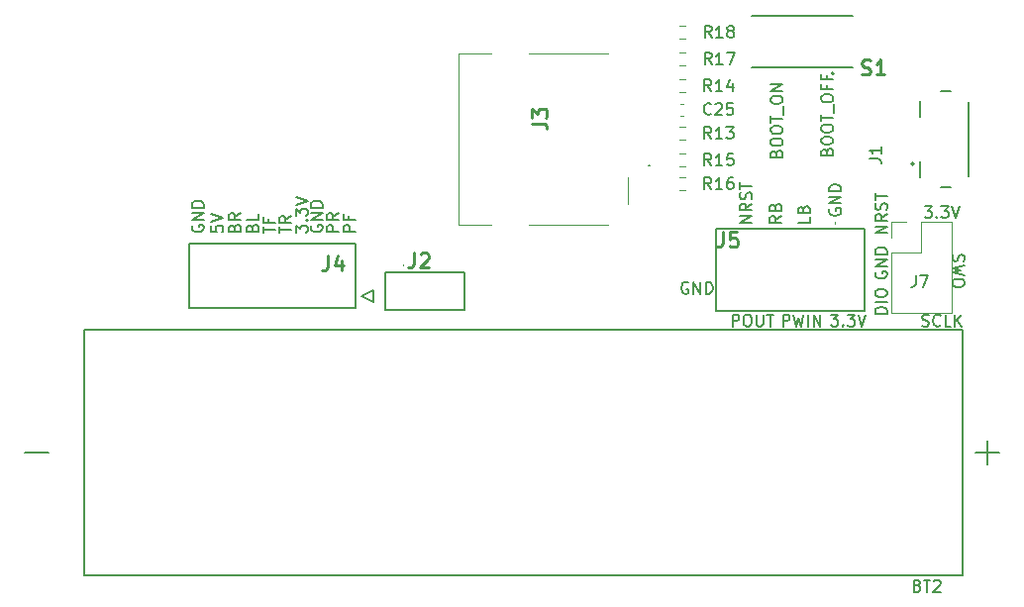
<source format=gbr>
%TF.GenerationSoftware,KiCad,Pcbnew,7.0.8*%
%TF.CreationDate,2023-11-09T11:59:46+01:00*%
%TF.ProjectId,Suspension_telemetry,53757370-656e-4736-996f-6e5f74656c65,rev?*%
%TF.SameCoordinates,Original*%
%TF.FileFunction,Legend,Top*%
%TF.FilePolarity,Positive*%
%FSLAX46Y46*%
G04 Gerber Fmt 4.6, Leading zero omitted, Abs format (unit mm)*
G04 Created by KiCad (PCBNEW 7.0.8) date 2023-11-09 11:59:46*
%MOMM*%
%LPD*%
G01*
G04 APERTURE LIST*
%ADD10C,0.210000*%
%ADD11C,0.150000*%
%ADD12C,0.254000*%
%ADD13C,0.120000*%
%ADD14C,0.200000*%
%ADD15C,0.100000*%
%ADD16C,0.127000*%
G04 APERTURE END LIST*
D10*
X141806633Y-99006080D02*
X141949490Y-99053699D01*
X141949490Y-99053699D02*
X142187585Y-99053699D01*
X142187585Y-99053699D02*
X142282823Y-99006080D01*
X142282823Y-99006080D02*
X142330442Y-98958460D01*
X142330442Y-98958460D02*
X142378061Y-98863222D01*
X142378061Y-98863222D02*
X142378061Y-98767984D01*
X142378061Y-98767984D02*
X142330442Y-98672746D01*
X142330442Y-98672746D02*
X142282823Y-98625127D01*
X142282823Y-98625127D02*
X142187585Y-98577508D01*
X142187585Y-98577508D02*
X141997109Y-98529889D01*
X141997109Y-98529889D02*
X141901871Y-98482270D01*
X141901871Y-98482270D02*
X141854252Y-98434651D01*
X141854252Y-98434651D02*
X141806633Y-98339413D01*
X141806633Y-98339413D02*
X141806633Y-98244175D01*
X141806633Y-98244175D02*
X141854252Y-98148937D01*
X141854252Y-98148937D02*
X141901871Y-98101318D01*
X141901871Y-98101318D02*
X141997109Y-98053699D01*
X141997109Y-98053699D02*
X142235204Y-98053699D01*
X142235204Y-98053699D02*
X142378061Y-98101318D01*
X143378061Y-98958460D02*
X143330442Y-99006080D01*
X143330442Y-99006080D02*
X143187585Y-99053699D01*
X143187585Y-99053699D02*
X143092347Y-99053699D01*
X143092347Y-99053699D02*
X142949490Y-99006080D01*
X142949490Y-99006080D02*
X142854252Y-98910841D01*
X142854252Y-98910841D02*
X142806633Y-98815603D01*
X142806633Y-98815603D02*
X142759014Y-98625127D01*
X142759014Y-98625127D02*
X142759014Y-98482270D01*
X142759014Y-98482270D02*
X142806633Y-98291794D01*
X142806633Y-98291794D02*
X142854252Y-98196556D01*
X142854252Y-98196556D02*
X142949490Y-98101318D01*
X142949490Y-98101318D02*
X143092347Y-98053699D01*
X143092347Y-98053699D02*
X143187585Y-98053699D01*
X143187585Y-98053699D02*
X143330442Y-98101318D01*
X143330442Y-98101318D02*
X143378061Y-98148937D01*
X144282823Y-99053699D02*
X143806633Y-99053699D01*
X143806633Y-99053699D02*
X143806633Y-98053699D01*
X144616157Y-99053699D02*
X144616157Y-98053699D01*
X145187585Y-99053699D02*
X144759014Y-98482270D01*
X145187585Y-98053699D02*
X144616157Y-98625127D01*
X86877699Y-91079604D02*
X86877699Y-90508176D01*
X87877699Y-90793890D02*
X86877699Y-90793890D01*
X87877699Y-89603414D02*
X87401508Y-89936747D01*
X87877699Y-90174842D02*
X86877699Y-90174842D01*
X86877699Y-90174842D02*
X86877699Y-89793890D01*
X86877699Y-89793890D02*
X86925318Y-89698652D01*
X86925318Y-89698652D02*
X86972937Y-89651033D01*
X86972937Y-89651033D02*
X87068175Y-89603414D01*
X87068175Y-89603414D02*
X87211032Y-89603414D01*
X87211032Y-89603414D02*
X87306270Y-89651033D01*
X87306270Y-89651033D02*
X87353889Y-89698652D01*
X87353889Y-89698652D02*
X87401508Y-89793890D01*
X87401508Y-89793890D02*
X87401508Y-90174842D01*
X125598252Y-99053699D02*
X125598252Y-98053699D01*
X125598252Y-98053699D02*
X125979204Y-98053699D01*
X125979204Y-98053699D02*
X126074442Y-98101318D01*
X126074442Y-98101318D02*
X126122061Y-98148937D01*
X126122061Y-98148937D02*
X126169680Y-98244175D01*
X126169680Y-98244175D02*
X126169680Y-98387032D01*
X126169680Y-98387032D02*
X126122061Y-98482270D01*
X126122061Y-98482270D02*
X126074442Y-98529889D01*
X126074442Y-98529889D02*
X125979204Y-98577508D01*
X125979204Y-98577508D02*
X125598252Y-98577508D01*
X126788728Y-98053699D02*
X126979204Y-98053699D01*
X126979204Y-98053699D02*
X127074442Y-98101318D01*
X127074442Y-98101318D02*
X127169680Y-98196556D01*
X127169680Y-98196556D02*
X127217299Y-98387032D01*
X127217299Y-98387032D02*
X127217299Y-98720365D01*
X127217299Y-98720365D02*
X127169680Y-98910841D01*
X127169680Y-98910841D02*
X127074442Y-99006080D01*
X127074442Y-99006080D02*
X126979204Y-99053699D01*
X126979204Y-99053699D02*
X126788728Y-99053699D01*
X126788728Y-99053699D02*
X126693490Y-99006080D01*
X126693490Y-99006080D02*
X126598252Y-98910841D01*
X126598252Y-98910841D02*
X126550633Y-98720365D01*
X126550633Y-98720365D02*
X126550633Y-98387032D01*
X126550633Y-98387032D02*
X126598252Y-98196556D01*
X126598252Y-98196556D02*
X126693490Y-98101318D01*
X126693490Y-98101318D02*
X126788728Y-98053699D01*
X127645871Y-98053699D02*
X127645871Y-98863222D01*
X127645871Y-98863222D02*
X127693490Y-98958460D01*
X127693490Y-98958460D02*
X127741109Y-99006080D01*
X127741109Y-99006080D02*
X127836347Y-99053699D01*
X127836347Y-99053699D02*
X128026823Y-99053699D01*
X128026823Y-99053699D02*
X128122061Y-99006080D01*
X128122061Y-99006080D02*
X128169680Y-98958460D01*
X128169680Y-98958460D02*
X128217299Y-98863222D01*
X128217299Y-98863222D02*
X128217299Y-98053699D01*
X128550633Y-98053699D02*
X129122061Y-98053699D01*
X128836347Y-99053699D02*
X128836347Y-98053699D01*
X89592318Y-90412938D02*
X89544699Y-90508176D01*
X89544699Y-90508176D02*
X89544699Y-90651033D01*
X89544699Y-90651033D02*
X89592318Y-90793890D01*
X89592318Y-90793890D02*
X89687556Y-90889128D01*
X89687556Y-90889128D02*
X89782794Y-90936747D01*
X89782794Y-90936747D02*
X89973270Y-90984366D01*
X89973270Y-90984366D02*
X90116127Y-90984366D01*
X90116127Y-90984366D02*
X90306603Y-90936747D01*
X90306603Y-90936747D02*
X90401841Y-90889128D01*
X90401841Y-90889128D02*
X90497080Y-90793890D01*
X90497080Y-90793890D02*
X90544699Y-90651033D01*
X90544699Y-90651033D02*
X90544699Y-90555795D01*
X90544699Y-90555795D02*
X90497080Y-90412938D01*
X90497080Y-90412938D02*
X90449460Y-90365319D01*
X90449460Y-90365319D02*
X90116127Y-90365319D01*
X90116127Y-90365319D02*
X90116127Y-90555795D01*
X90544699Y-89936747D02*
X89544699Y-89936747D01*
X89544699Y-89936747D02*
X90544699Y-89365319D01*
X90544699Y-89365319D02*
X89544699Y-89365319D01*
X90544699Y-88889128D02*
X89544699Y-88889128D01*
X89544699Y-88889128D02*
X89544699Y-88651033D01*
X89544699Y-88651033D02*
X89592318Y-88508176D01*
X89592318Y-88508176D02*
X89687556Y-88412938D01*
X89687556Y-88412938D02*
X89782794Y-88365319D01*
X89782794Y-88365319D02*
X89973270Y-88317700D01*
X89973270Y-88317700D02*
X90116127Y-88317700D01*
X90116127Y-88317700D02*
X90306603Y-88365319D01*
X90306603Y-88365319D02*
X90401841Y-88412938D01*
X90401841Y-88412938D02*
X90497080Y-88508176D01*
X90497080Y-88508176D02*
X90544699Y-88651033D01*
X90544699Y-88651033D02*
X90544699Y-88889128D01*
X81035699Y-90460557D02*
X81035699Y-90936747D01*
X81035699Y-90936747D02*
X81511889Y-90984366D01*
X81511889Y-90984366D02*
X81464270Y-90936747D01*
X81464270Y-90936747D02*
X81416651Y-90841509D01*
X81416651Y-90841509D02*
X81416651Y-90603414D01*
X81416651Y-90603414D02*
X81464270Y-90508176D01*
X81464270Y-90508176D02*
X81511889Y-90460557D01*
X81511889Y-90460557D02*
X81607127Y-90412938D01*
X81607127Y-90412938D02*
X81845222Y-90412938D01*
X81845222Y-90412938D02*
X81940460Y-90460557D01*
X81940460Y-90460557D02*
X81988080Y-90508176D01*
X81988080Y-90508176D02*
X82035699Y-90603414D01*
X82035699Y-90603414D02*
X82035699Y-90841509D01*
X82035699Y-90841509D02*
X81988080Y-90936747D01*
X81988080Y-90936747D02*
X81940460Y-90984366D01*
X81035699Y-90127223D02*
X82035699Y-89793890D01*
X82035699Y-89793890D02*
X81035699Y-89460557D01*
X85480699Y-91079604D02*
X85480699Y-90508176D01*
X86480699Y-90793890D02*
X85480699Y-90793890D01*
X85956889Y-89841509D02*
X85956889Y-90174842D01*
X86480699Y-90174842D02*
X85480699Y-90174842D01*
X85480699Y-90174842D02*
X85480699Y-89698652D01*
X142019420Y-88782699D02*
X142638467Y-88782699D01*
X142638467Y-88782699D02*
X142305134Y-89163651D01*
X142305134Y-89163651D02*
X142447991Y-89163651D01*
X142447991Y-89163651D02*
X142543229Y-89211270D01*
X142543229Y-89211270D02*
X142590848Y-89258889D01*
X142590848Y-89258889D02*
X142638467Y-89354127D01*
X142638467Y-89354127D02*
X142638467Y-89592222D01*
X142638467Y-89592222D02*
X142590848Y-89687460D01*
X142590848Y-89687460D02*
X142543229Y-89735080D01*
X142543229Y-89735080D02*
X142447991Y-89782699D01*
X142447991Y-89782699D02*
X142162277Y-89782699D01*
X142162277Y-89782699D02*
X142067039Y-89735080D01*
X142067039Y-89735080D02*
X142019420Y-89687460D01*
X143067039Y-89687460D02*
X143114658Y-89735080D01*
X143114658Y-89735080D02*
X143067039Y-89782699D01*
X143067039Y-89782699D02*
X143019420Y-89735080D01*
X143019420Y-89735080D02*
X143067039Y-89687460D01*
X143067039Y-89687460D02*
X143067039Y-89782699D01*
X143447991Y-88782699D02*
X144067038Y-88782699D01*
X144067038Y-88782699D02*
X143733705Y-89163651D01*
X143733705Y-89163651D02*
X143876562Y-89163651D01*
X143876562Y-89163651D02*
X143971800Y-89211270D01*
X143971800Y-89211270D02*
X144019419Y-89258889D01*
X144019419Y-89258889D02*
X144067038Y-89354127D01*
X144067038Y-89354127D02*
X144067038Y-89592222D01*
X144067038Y-89592222D02*
X144019419Y-89687460D01*
X144019419Y-89687460D02*
X143971800Y-89735080D01*
X143971800Y-89735080D02*
X143876562Y-89782699D01*
X143876562Y-89782699D02*
X143590848Y-89782699D01*
X143590848Y-89782699D02*
X143495610Y-89735080D01*
X143495610Y-89735080D02*
X143447991Y-89687460D01*
X144352753Y-88782699D02*
X144686086Y-89782699D01*
X144686086Y-89782699D02*
X145019419Y-88782699D01*
X88274699Y-91031985D02*
X88274699Y-90412938D01*
X88274699Y-90412938D02*
X88655651Y-90746271D01*
X88655651Y-90746271D02*
X88655651Y-90603414D01*
X88655651Y-90603414D02*
X88703270Y-90508176D01*
X88703270Y-90508176D02*
X88750889Y-90460557D01*
X88750889Y-90460557D02*
X88846127Y-90412938D01*
X88846127Y-90412938D02*
X89084222Y-90412938D01*
X89084222Y-90412938D02*
X89179460Y-90460557D01*
X89179460Y-90460557D02*
X89227080Y-90508176D01*
X89227080Y-90508176D02*
X89274699Y-90603414D01*
X89274699Y-90603414D02*
X89274699Y-90889128D01*
X89274699Y-90889128D02*
X89227080Y-90984366D01*
X89227080Y-90984366D02*
X89179460Y-91031985D01*
X89179460Y-89984366D02*
X89227080Y-89936747D01*
X89227080Y-89936747D02*
X89274699Y-89984366D01*
X89274699Y-89984366D02*
X89227080Y-90031985D01*
X89227080Y-90031985D02*
X89179460Y-89984366D01*
X89179460Y-89984366D02*
X89274699Y-89984366D01*
X88274699Y-89603414D02*
X88274699Y-88984367D01*
X88274699Y-88984367D02*
X88655651Y-89317700D01*
X88655651Y-89317700D02*
X88655651Y-89174843D01*
X88655651Y-89174843D02*
X88703270Y-89079605D01*
X88703270Y-89079605D02*
X88750889Y-89031986D01*
X88750889Y-89031986D02*
X88846127Y-88984367D01*
X88846127Y-88984367D02*
X89084222Y-88984367D01*
X89084222Y-88984367D02*
X89179460Y-89031986D01*
X89179460Y-89031986D02*
X89227080Y-89079605D01*
X89227080Y-89079605D02*
X89274699Y-89174843D01*
X89274699Y-89174843D02*
X89274699Y-89460557D01*
X89274699Y-89460557D02*
X89227080Y-89555795D01*
X89227080Y-89555795D02*
X89179460Y-89603414D01*
X88274699Y-88698652D02*
X89274699Y-88365319D01*
X89274699Y-88365319D02*
X88274699Y-88031986D01*
X121804061Y-95307318D02*
X121708823Y-95259699D01*
X121708823Y-95259699D02*
X121565966Y-95259699D01*
X121565966Y-95259699D02*
X121423109Y-95307318D01*
X121423109Y-95307318D02*
X121327871Y-95402556D01*
X121327871Y-95402556D02*
X121280252Y-95497794D01*
X121280252Y-95497794D02*
X121232633Y-95688270D01*
X121232633Y-95688270D02*
X121232633Y-95831127D01*
X121232633Y-95831127D02*
X121280252Y-96021603D01*
X121280252Y-96021603D02*
X121327871Y-96116841D01*
X121327871Y-96116841D02*
X121423109Y-96212080D01*
X121423109Y-96212080D02*
X121565966Y-96259699D01*
X121565966Y-96259699D02*
X121661204Y-96259699D01*
X121661204Y-96259699D02*
X121804061Y-96212080D01*
X121804061Y-96212080D02*
X121851680Y-96164460D01*
X121851680Y-96164460D02*
X121851680Y-95831127D01*
X121851680Y-95831127D02*
X121661204Y-95831127D01*
X122280252Y-96259699D02*
X122280252Y-95259699D01*
X122280252Y-95259699D02*
X122851680Y-96259699D01*
X122851680Y-96259699D02*
X122851680Y-95259699D01*
X123327871Y-96259699D02*
X123327871Y-95259699D01*
X123327871Y-95259699D02*
X123565966Y-95259699D01*
X123565966Y-95259699D02*
X123708823Y-95307318D01*
X123708823Y-95307318D02*
X123804061Y-95402556D01*
X123804061Y-95402556D02*
X123851680Y-95497794D01*
X123851680Y-95497794D02*
X123899299Y-95688270D01*
X123899299Y-95688270D02*
X123899299Y-95831127D01*
X123899299Y-95831127D02*
X123851680Y-96021603D01*
X123851680Y-96021603D02*
X123804061Y-96116841D01*
X123804061Y-96116841D02*
X123708823Y-96212080D01*
X123708823Y-96212080D02*
X123565966Y-96259699D01*
X123565966Y-96259699D02*
X123327871Y-96259699D01*
X79432318Y-90412938D02*
X79384699Y-90508176D01*
X79384699Y-90508176D02*
X79384699Y-90651033D01*
X79384699Y-90651033D02*
X79432318Y-90793890D01*
X79432318Y-90793890D02*
X79527556Y-90889128D01*
X79527556Y-90889128D02*
X79622794Y-90936747D01*
X79622794Y-90936747D02*
X79813270Y-90984366D01*
X79813270Y-90984366D02*
X79956127Y-90984366D01*
X79956127Y-90984366D02*
X80146603Y-90936747D01*
X80146603Y-90936747D02*
X80241841Y-90889128D01*
X80241841Y-90889128D02*
X80337080Y-90793890D01*
X80337080Y-90793890D02*
X80384699Y-90651033D01*
X80384699Y-90651033D02*
X80384699Y-90555795D01*
X80384699Y-90555795D02*
X80337080Y-90412938D01*
X80337080Y-90412938D02*
X80289460Y-90365319D01*
X80289460Y-90365319D02*
X79956127Y-90365319D01*
X79956127Y-90365319D02*
X79956127Y-90555795D01*
X80384699Y-89936747D02*
X79384699Y-89936747D01*
X79384699Y-89936747D02*
X80384699Y-89365319D01*
X80384699Y-89365319D02*
X79384699Y-89365319D01*
X80384699Y-88889128D02*
X79384699Y-88889128D01*
X79384699Y-88889128D02*
X79384699Y-88651033D01*
X79384699Y-88651033D02*
X79432318Y-88508176D01*
X79432318Y-88508176D02*
X79527556Y-88412938D01*
X79527556Y-88412938D02*
X79622794Y-88365319D01*
X79622794Y-88365319D02*
X79813270Y-88317700D01*
X79813270Y-88317700D02*
X79956127Y-88317700D01*
X79956127Y-88317700D02*
X80146603Y-88365319D01*
X80146603Y-88365319D02*
X80241841Y-88412938D01*
X80241841Y-88412938D02*
X80337080Y-88508176D01*
X80337080Y-88508176D02*
X80384699Y-88651033D01*
X80384699Y-88651033D02*
X80384699Y-88889128D01*
X129916252Y-99053699D02*
X129916252Y-98053699D01*
X129916252Y-98053699D02*
X130297204Y-98053699D01*
X130297204Y-98053699D02*
X130392442Y-98101318D01*
X130392442Y-98101318D02*
X130440061Y-98148937D01*
X130440061Y-98148937D02*
X130487680Y-98244175D01*
X130487680Y-98244175D02*
X130487680Y-98387032D01*
X130487680Y-98387032D02*
X130440061Y-98482270D01*
X130440061Y-98482270D02*
X130392442Y-98529889D01*
X130392442Y-98529889D02*
X130297204Y-98577508D01*
X130297204Y-98577508D02*
X129916252Y-98577508D01*
X130821014Y-98053699D02*
X131059109Y-99053699D01*
X131059109Y-99053699D02*
X131249585Y-98339413D01*
X131249585Y-98339413D02*
X131440061Y-99053699D01*
X131440061Y-99053699D02*
X131678157Y-98053699D01*
X132059109Y-99053699D02*
X132059109Y-98053699D01*
X132535299Y-99053699D02*
X132535299Y-98053699D01*
X132535299Y-98053699D02*
X133106727Y-99053699D01*
X133106727Y-99053699D02*
X133106727Y-98053699D01*
X137852318Y-94394938D02*
X137804699Y-94490176D01*
X137804699Y-94490176D02*
X137804699Y-94633033D01*
X137804699Y-94633033D02*
X137852318Y-94775890D01*
X137852318Y-94775890D02*
X137947556Y-94871128D01*
X137947556Y-94871128D02*
X138042794Y-94918747D01*
X138042794Y-94918747D02*
X138233270Y-94966366D01*
X138233270Y-94966366D02*
X138376127Y-94966366D01*
X138376127Y-94966366D02*
X138566603Y-94918747D01*
X138566603Y-94918747D02*
X138661841Y-94871128D01*
X138661841Y-94871128D02*
X138757080Y-94775890D01*
X138757080Y-94775890D02*
X138804699Y-94633033D01*
X138804699Y-94633033D02*
X138804699Y-94537795D01*
X138804699Y-94537795D02*
X138757080Y-94394938D01*
X138757080Y-94394938D02*
X138709460Y-94347319D01*
X138709460Y-94347319D02*
X138376127Y-94347319D01*
X138376127Y-94347319D02*
X138376127Y-94537795D01*
X138804699Y-93918747D02*
X137804699Y-93918747D01*
X137804699Y-93918747D02*
X138804699Y-93347319D01*
X138804699Y-93347319D02*
X137804699Y-93347319D01*
X138804699Y-92871128D02*
X137804699Y-92871128D01*
X137804699Y-92871128D02*
X137804699Y-92633033D01*
X137804699Y-92633033D02*
X137852318Y-92490176D01*
X137852318Y-92490176D02*
X137947556Y-92394938D01*
X137947556Y-92394938D02*
X138042794Y-92347319D01*
X138042794Y-92347319D02*
X138233270Y-92299700D01*
X138233270Y-92299700D02*
X138376127Y-92299700D01*
X138376127Y-92299700D02*
X138566603Y-92347319D01*
X138566603Y-92347319D02*
X138661841Y-92394938D01*
X138661841Y-92394938D02*
X138757080Y-92490176D01*
X138757080Y-92490176D02*
X138804699Y-92633033D01*
X138804699Y-92633033D02*
X138804699Y-92871128D01*
X127247699Y-90174747D02*
X126247699Y-90174747D01*
X126247699Y-90174747D02*
X127247699Y-89603319D01*
X127247699Y-89603319D02*
X126247699Y-89603319D01*
X127247699Y-88555700D02*
X126771508Y-88889033D01*
X127247699Y-89127128D02*
X126247699Y-89127128D01*
X126247699Y-89127128D02*
X126247699Y-88746176D01*
X126247699Y-88746176D02*
X126295318Y-88650938D01*
X126295318Y-88650938D02*
X126342937Y-88603319D01*
X126342937Y-88603319D02*
X126438175Y-88555700D01*
X126438175Y-88555700D02*
X126581032Y-88555700D01*
X126581032Y-88555700D02*
X126676270Y-88603319D01*
X126676270Y-88603319D02*
X126723889Y-88650938D01*
X126723889Y-88650938D02*
X126771508Y-88746176D01*
X126771508Y-88746176D02*
X126771508Y-89127128D01*
X127200080Y-88174747D02*
X127247699Y-88031890D01*
X127247699Y-88031890D02*
X127247699Y-87793795D01*
X127247699Y-87793795D02*
X127200080Y-87698557D01*
X127200080Y-87698557D02*
X127152460Y-87650938D01*
X127152460Y-87650938D02*
X127057222Y-87603319D01*
X127057222Y-87603319D02*
X126961984Y-87603319D01*
X126961984Y-87603319D02*
X126866746Y-87650938D01*
X126866746Y-87650938D02*
X126819127Y-87698557D01*
X126819127Y-87698557D02*
X126771508Y-87793795D01*
X126771508Y-87793795D02*
X126723889Y-87984271D01*
X126723889Y-87984271D02*
X126676270Y-88079509D01*
X126676270Y-88079509D02*
X126628651Y-88127128D01*
X126628651Y-88127128D02*
X126533413Y-88174747D01*
X126533413Y-88174747D02*
X126438175Y-88174747D01*
X126438175Y-88174747D02*
X126342937Y-88127128D01*
X126342937Y-88127128D02*
X126295318Y-88079509D01*
X126295318Y-88079509D02*
X126247699Y-87984271D01*
X126247699Y-87984271D02*
X126247699Y-87746176D01*
X126247699Y-87746176D02*
X126295318Y-87603319D01*
X126247699Y-87317604D02*
X126247699Y-86746176D01*
X127247699Y-87031890D02*
X126247699Y-87031890D01*
X133672889Y-84126414D02*
X133720508Y-83983557D01*
X133720508Y-83983557D02*
X133768127Y-83935938D01*
X133768127Y-83935938D02*
X133863365Y-83888319D01*
X133863365Y-83888319D02*
X134006222Y-83888319D01*
X134006222Y-83888319D02*
X134101460Y-83935938D01*
X134101460Y-83935938D02*
X134149080Y-83983557D01*
X134149080Y-83983557D02*
X134196699Y-84078795D01*
X134196699Y-84078795D02*
X134196699Y-84459747D01*
X134196699Y-84459747D02*
X133196699Y-84459747D01*
X133196699Y-84459747D02*
X133196699Y-84126414D01*
X133196699Y-84126414D02*
X133244318Y-84031176D01*
X133244318Y-84031176D02*
X133291937Y-83983557D01*
X133291937Y-83983557D02*
X133387175Y-83935938D01*
X133387175Y-83935938D02*
X133482413Y-83935938D01*
X133482413Y-83935938D02*
X133577651Y-83983557D01*
X133577651Y-83983557D02*
X133625270Y-84031176D01*
X133625270Y-84031176D02*
X133672889Y-84126414D01*
X133672889Y-84126414D02*
X133672889Y-84459747D01*
X133196699Y-83269271D02*
X133196699Y-83078795D01*
X133196699Y-83078795D02*
X133244318Y-82983557D01*
X133244318Y-82983557D02*
X133339556Y-82888319D01*
X133339556Y-82888319D02*
X133530032Y-82840700D01*
X133530032Y-82840700D02*
X133863365Y-82840700D01*
X133863365Y-82840700D02*
X134053841Y-82888319D01*
X134053841Y-82888319D02*
X134149080Y-82983557D01*
X134149080Y-82983557D02*
X134196699Y-83078795D01*
X134196699Y-83078795D02*
X134196699Y-83269271D01*
X134196699Y-83269271D02*
X134149080Y-83364509D01*
X134149080Y-83364509D02*
X134053841Y-83459747D01*
X134053841Y-83459747D02*
X133863365Y-83507366D01*
X133863365Y-83507366D02*
X133530032Y-83507366D01*
X133530032Y-83507366D02*
X133339556Y-83459747D01*
X133339556Y-83459747D02*
X133244318Y-83364509D01*
X133244318Y-83364509D02*
X133196699Y-83269271D01*
X133196699Y-82221652D02*
X133196699Y-82031176D01*
X133196699Y-82031176D02*
X133244318Y-81935938D01*
X133244318Y-81935938D02*
X133339556Y-81840700D01*
X133339556Y-81840700D02*
X133530032Y-81793081D01*
X133530032Y-81793081D02*
X133863365Y-81793081D01*
X133863365Y-81793081D02*
X134053841Y-81840700D01*
X134053841Y-81840700D02*
X134149080Y-81935938D01*
X134149080Y-81935938D02*
X134196699Y-82031176D01*
X134196699Y-82031176D02*
X134196699Y-82221652D01*
X134196699Y-82221652D02*
X134149080Y-82316890D01*
X134149080Y-82316890D02*
X134053841Y-82412128D01*
X134053841Y-82412128D02*
X133863365Y-82459747D01*
X133863365Y-82459747D02*
X133530032Y-82459747D01*
X133530032Y-82459747D02*
X133339556Y-82412128D01*
X133339556Y-82412128D02*
X133244318Y-82316890D01*
X133244318Y-82316890D02*
X133196699Y-82221652D01*
X133196699Y-81507366D02*
X133196699Y-80935938D01*
X134196699Y-81221652D02*
X133196699Y-81221652D01*
X134291937Y-80840700D02*
X134291937Y-80078795D01*
X133196699Y-79650223D02*
X133196699Y-79459747D01*
X133196699Y-79459747D02*
X133244318Y-79364509D01*
X133244318Y-79364509D02*
X133339556Y-79269271D01*
X133339556Y-79269271D02*
X133530032Y-79221652D01*
X133530032Y-79221652D02*
X133863365Y-79221652D01*
X133863365Y-79221652D02*
X134053841Y-79269271D01*
X134053841Y-79269271D02*
X134149080Y-79364509D01*
X134149080Y-79364509D02*
X134196699Y-79459747D01*
X134196699Y-79459747D02*
X134196699Y-79650223D01*
X134196699Y-79650223D02*
X134149080Y-79745461D01*
X134149080Y-79745461D02*
X134053841Y-79840699D01*
X134053841Y-79840699D02*
X133863365Y-79888318D01*
X133863365Y-79888318D02*
X133530032Y-79888318D01*
X133530032Y-79888318D02*
X133339556Y-79840699D01*
X133339556Y-79840699D02*
X133244318Y-79745461D01*
X133244318Y-79745461D02*
X133196699Y-79650223D01*
X133672889Y-78459747D02*
X133672889Y-78793080D01*
X134196699Y-78793080D02*
X133196699Y-78793080D01*
X133196699Y-78793080D02*
X133196699Y-78316890D01*
X133672889Y-77602604D02*
X133672889Y-77935937D01*
X134196699Y-77935937D02*
X133196699Y-77935937D01*
X133196699Y-77935937D02*
X133196699Y-77459747D01*
X138804699Y-91078747D02*
X137804699Y-91078747D01*
X137804699Y-91078747D02*
X138804699Y-90507319D01*
X138804699Y-90507319D02*
X137804699Y-90507319D01*
X138804699Y-89459700D02*
X138328508Y-89793033D01*
X138804699Y-90031128D02*
X137804699Y-90031128D01*
X137804699Y-90031128D02*
X137804699Y-89650176D01*
X137804699Y-89650176D02*
X137852318Y-89554938D01*
X137852318Y-89554938D02*
X137899937Y-89507319D01*
X137899937Y-89507319D02*
X137995175Y-89459700D01*
X137995175Y-89459700D02*
X138138032Y-89459700D01*
X138138032Y-89459700D02*
X138233270Y-89507319D01*
X138233270Y-89507319D02*
X138280889Y-89554938D01*
X138280889Y-89554938D02*
X138328508Y-89650176D01*
X138328508Y-89650176D02*
X138328508Y-90031128D01*
X138757080Y-89078747D02*
X138804699Y-88935890D01*
X138804699Y-88935890D02*
X138804699Y-88697795D01*
X138804699Y-88697795D02*
X138757080Y-88602557D01*
X138757080Y-88602557D02*
X138709460Y-88554938D01*
X138709460Y-88554938D02*
X138614222Y-88507319D01*
X138614222Y-88507319D02*
X138518984Y-88507319D01*
X138518984Y-88507319D02*
X138423746Y-88554938D01*
X138423746Y-88554938D02*
X138376127Y-88602557D01*
X138376127Y-88602557D02*
X138328508Y-88697795D01*
X138328508Y-88697795D02*
X138280889Y-88888271D01*
X138280889Y-88888271D02*
X138233270Y-88983509D01*
X138233270Y-88983509D02*
X138185651Y-89031128D01*
X138185651Y-89031128D02*
X138090413Y-89078747D01*
X138090413Y-89078747D02*
X137995175Y-89078747D01*
X137995175Y-89078747D02*
X137899937Y-89031128D01*
X137899937Y-89031128D02*
X137852318Y-88983509D01*
X137852318Y-88983509D02*
X137804699Y-88888271D01*
X137804699Y-88888271D02*
X137804699Y-88650176D01*
X137804699Y-88650176D02*
X137852318Y-88507319D01*
X137804699Y-88221604D02*
X137804699Y-87650176D01*
X138804699Y-87935890D02*
X137804699Y-87935890D01*
X84559889Y-90603414D02*
X84607508Y-90460557D01*
X84607508Y-90460557D02*
X84655127Y-90412938D01*
X84655127Y-90412938D02*
X84750365Y-90365319D01*
X84750365Y-90365319D02*
X84893222Y-90365319D01*
X84893222Y-90365319D02*
X84988460Y-90412938D01*
X84988460Y-90412938D02*
X85036080Y-90460557D01*
X85036080Y-90460557D02*
X85083699Y-90555795D01*
X85083699Y-90555795D02*
X85083699Y-90936747D01*
X85083699Y-90936747D02*
X84083699Y-90936747D01*
X84083699Y-90936747D02*
X84083699Y-90603414D01*
X84083699Y-90603414D02*
X84131318Y-90508176D01*
X84131318Y-90508176D02*
X84178937Y-90460557D01*
X84178937Y-90460557D02*
X84274175Y-90412938D01*
X84274175Y-90412938D02*
X84369413Y-90412938D01*
X84369413Y-90412938D02*
X84464651Y-90460557D01*
X84464651Y-90460557D02*
X84512270Y-90508176D01*
X84512270Y-90508176D02*
X84559889Y-90603414D01*
X84559889Y-90603414D02*
X84559889Y-90936747D01*
X85083699Y-89460557D02*
X85083699Y-89936747D01*
X85083699Y-89936747D02*
X84083699Y-89936747D01*
X144452920Y-92911633D02*
X144405300Y-93054490D01*
X144405300Y-93054490D02*
X144405300Y-93292585D01*
X144405300Y-93292585D02*
X144452920Y-93387823D01*
X144452920Y-93387823D02*
X144500539Y-93435442D01*
X144500539Y-93435442D02*
X144595777Y-93483061D01*
X144595777Y-93483061D02*
X144691015Y-93483061D01*
X144691015Y-93483061D02*
X144786253Y-93435442D01*
X144786253Y-93435442D02*
X144833872Y-93387823D01*
X144833872Y-93387823D02*
X144881491Y-93292585D01*
X144881491Y-93292585D02*
X144929110Y-93102109D01*
X144929110Y-93102109D02*
X144976729Y-93006871D01*
X144976729Y-93006871D02*
X145024348Y-92959252D01*
X145024348Y-92959252D02*
X145119586Y-92911633D01*
X145119586Y-92911633D02*
X145214824Y-92911633D01*
X145214824Y-92911633D02*
X145310062Y-92959252D01*
X145310062Y-92959252D02*
X145357681Y-93006871D01*
X145357681Y-93006871D02*
X145405300Y-93102109D01*
X145405300Y-93102109D02*
X145405300Y-93340204D01*
X145405300Y-93340204D02*
X145357681Y-93483061D01*
X145405300Y-93816395D02*
X144405300Y-94054490D01*
X144405300Y-94054490D02*
X145119586Y-94244966D01*
X145119586Y-94244966D02*
X144405300Y-94435442D01*
X144405300Y-94435442D02*
X145405300Y-94673538D01*
X145405300Y-95244966D02*
X145405300Y-95435442D01*
X145405300Y-95435442D02*
X145357681Y-95530680D01*
X145357681Y-95530680D02*
X145262443Y-95625918D01*
X145262443Y-95625918D02*
X145071967Y-95673537D01*
X145071967Y-95673537D02*
X144738634Y-95673537D01*
X144738634Y-95673537D02*
X144548158Y-95625918D01*
X144548158Y-95625918D02*
X144452920Y-95530680D01*
X144452920Y-95530680D02*
X144405300Y-95435442D01*
X144405300Y-95435442D02*
X144405300Y-95244966D01*
X144405300Y-95244966D02*
X144452920Y-95149728D01*
X144452920Y-95149728D02*
X144548158Y-95054490D01*
X144548158Y-95054490D02*
X144738634Y-95006871D01*
X144738634Y-95006871D02*
X145071967Y-95006871D01*
X145071967Y-95006871D02*
X145262443Y-95054490D01*
X145262443Y-95054490D02*
X145357681Y-95149728D01*
X145357681Y-95149728D02*
X145405300Y-95244966D01*
X138804699Y-97966747D02*
X137804699Y-97966747D01*
X137804699Y-97966747D02*
X137804699Y-97728652D01*
X137804699Y-97728652D02*
X137852318Y-97585795D01*
X137852318Y-97585795D02*
X137947556Y-97490557D01*
X137947556Y-97490557D02*
X138042794Y-97442938D01*
X138042794Y-97442938D02*
X138233270Y-97395319D01*
X138233270Y-97395319D02*
X138376127Y-97395319D01*
X138376127Y-97395319D02*
X138566603Y-97442938D01*
X138566603Y-97442938D02*
X138661841Y-97490557D01*
X138661841Y-97490557D02*
X138757080Y-97585795D01*
X138757080Y-97585795D02*
X138804699Y-97728652D01*
X138804699Y-97728652D02*
X138804699Y-97966747D01*
X138804699Y-96966747D02*
X137804699Y-96966747D01*
X137804699Y-96300081D02*
X137804699Y-96109605D01*
X137804699Y-96109605D02*
X137852318Y-96014367D01*
X137852318Y-96014367D02*
X137947556Y-95919129D01*
X137947556Y-95919129D02*
X138138032Y-95871510D01*
X138138032Y-95871510D02*
X138471365Y-95871510D01*
X138471365Y-95871510D02*
X138661841Y-95919129D01*
X138661841Y-95919129D02*
X138757080Y-96014367D01*
X138757080Y-96014367D02*
X138804699Y-96109605D01*
X138804699Y-96109605D02*
X138804699Y-96300081D01*
X138804699Y-96300081D02*
X138757080Y-96395319D01*
X138757080Y-96395319D02*
X138661841Y-96490557D01*
X138661841Y-96490557D02*
X138471365Y-96538176D01*
X138471365Y-96538176D02*
X138138032Y-96538176D01*
X138138032Y-96538176D02*
X137947556Y-96490557D01*
X137947556Y-96490557D02*
X137852318Y-96395319D01*
X137852318Y-96395319D02*
X137804699Y-96300081D01*
X129787699Y-89603319D02*
X129311508Y-89936652D01*
X129787699Y-90174747D02*
X128787699Y-90174747D01*
X128787699Y-90174747D02*
X128787699Y-89793795D01*
X128787699Y-89793795D02*
X128835318Y-89698557D01*
X128835318Y-89698557D02*
X128882937Y-89650938D01*
X128882937Y-89650938D02*
X128978175Y-89603319D01*
X128978175Y-89603319D02*
X129121032Y-89603319D01*
X129121032Y-89603319D02*
X129216270Y-89650938D01*
X129216270Y-89650938D02*
X129263889Y-89698557D01*
X129263889Y-89698557D02*
X129311508Y-89793795D01*
X129311508Y-89793795D02*
X129311508Y-90174747D01*
X129263889Y-88841414D02*
X129311508Y-88698557D01*
X129311508Y-88698557D02*
X129359127Y-88650938D01*
X129359127Y-88650938D02*
X129454365Y-88603319D01*
X129454365Y-88603319D02*
X129597222Y-88603319D01*
X129597222Y-88603319D02*
X129692460Y-88650938D01*
X129692460Y-88650938D02*
X129740080Y-88698557D01*
X129740080Y-88698557D02*
X129787699Y-88793795D01*
X129787699Y-88793795D02*
X129787699Y-89174747D01*
X129787699Y-89174747D02*
X128787699Y-89174747D01*
X128787699Y-89174747D02*
X128787699Y-88841414D01*
X128787699Y-88841414D02*
X128835318Y-88746176D01*
X128835318Y-88746176D02*
X128882937Y-88698557D01*
X128882937Y-88698557D02*
X128978175Y-88650938D01*
X128978175Y-88650938D02*
X129073413Y-88650938D01*
X129073413Y-88650938D02*
X129168651Y-88698557D01*
X129168651Y-88698557D02*
X129216270Y-88746176D01*
X129216270Y-88746176D02*
X129263889Y-88841414D01*
X129263889Y-88841414D02*
X129263889Y-89174747D01*
X91941699Y-90936747D02*
X90941699Y-90936747D01*
X90941699Y-90936747D02*
X90941699Y-90555795D01*
X90941699Y-90555795D02*
X90989318Y-90460557D01*
X90989318Y-90460557D02*
X91036937Y-90412938D01*
X91036937Y-90412938D02*
X91132175Y-90365319D01*
X91132175Y-90365319D02*
X91275032Y-90365319D01*
X91275032Y-90365319D02*
X91370270Y-90412938D01*
X91370270Y-90412938D02*
X91417889Y-90460557D01*
X91417889Y-90460557D02*
X91465508Y-90555795D01*
X91465508Y-90555795D02*
X91465508Y-90936747D01*
X91941699Y-89365319D02*
X91465508Y-89698652D01*
X91941699Y-89936747D02*
X90941699Y-89936747D01*
X90941699Y-89936747D02*
X90941699Y-89555795D01*
X90941699Y-89555795D02*
X90989318Y-89460557D01*
X90989318Y-89460557D02*
X91036937Y-89412938D01*
X91036937Y-89412938D02*
X91132175Y-89365319D01*
X91132175Y-89365319D02*
X91275032Y-89365319D01*
X91275032Y-89365319D02*
X91370270Y-89412938D01*
X91370270Y-89412938D02*
X91417889Y-89460557D01*
X91417889Y-89460557D02*
X91465508Y-89555795D01*
X91465508Y-89555795D02*
X91465508Y-89936747D01*
X132200699Y-89698557D02*
X132200699Y-90174747D01*
X132200699Y-90174747D02*
X131200699Y-90174747D01*
X131676889Y-89031890D02*
X131724508Y-88889033D01*
X131724508Y-88889033D02*
X131772127Y-88841414D01*
X131772127Y-88841414D02*
X131867365Y-88793795D01*
X131867365Y-88793795D02*
X132010222Y-88793795D01*
X132010222Y-88793795D02*
X132105460Y-88841414D01*
X132105460Y-88841414D02*
X132153080Y-88889033D01*
X132153080Y-88889033D02*
X132200699Y-88984271D01*
X132200699Y-88984271D02*
X132200699Y-89365223D01*
X132200699Y-89365223D02*
X131200699Y-89365223D01*
X131200699Y-89365223D02*
X131200699Y-89031890D01*
X131200699Y-89031890D02*
X131248318Y-88936652D01*
X131248318Y-88936652D02*
X131295937Y-88889033D01*
X131295937Y-88889033D02*
X131391175Y-88841414D01*
X131391175Y-88841414D02*
X131486413Y-88841414D01*
X131486413Y-88841414D02*
X131581651Y-88889033D01*
X131581651Y-88889033D02*
X131629270Y-88936652D01*
X131629270Y-88936652D02*
X131676889Y-89031890D01*
X131676889Y-89031890D02*
X131676889Y-89365223D01*
X93338699Y-90936747D02*
X92338699Y-90936747D01*
X92338699Y-90936747D02*
X92338699Y-90555795D01*
X92338699Y-90555795D02*
X92386318Y-90460557D01*
X92386318Y-90460557D02*
X92433937Y-90412938D01*
X92433937Y-90412938D02*
X92529175Y-90365319D01*
X92529175Y-90365319D02*
X92672032Y-90365319D01*
X92672032Y-90365319D02*
X92767270Y-90412938D01*
X92767270Y-90412938D02*
X92814889Y-90460557D01*
X92814889Y-90460557D02*
X92862508Y-90555795D01*
X92862508Y-90555795D02*
X92862508Y-90936747D01*
X92814889Y-89603414D02*
X92814889Y-89936747D01*
X93338699Y-89936747D02*
X92338699Y-89936747D01*
X92338699Y-89936747D02*
X92338699Y-89460557D01*
X83035889Y-90603414D02*
X83083508Y-90460557D01*
X83083508Y-90460557D02*
X83131127Y-90412938D01*
X83131127Y-90412938D02*
X83226365Y-90365319D01*
X83226365Y-90365319D02*
X83369222Y-90365319D01*
X83369222Y-90365319D02*
X83464460Y-90412938D01*
X83464460Y-90412938D02*
X83512080Y-90460557D01*
X83512080Y-90460557D02*
X83559699Y-90555795D01*
X83559699Y-90555795D02*
X83559699Y-90936747D01*
X83559699Y-90936747D02*
X82559699Y-90936747D01*
X82559699Y-90936747D02*
X82559699Y-90603414D01*
X82559699Y-90603414D02*
X82607318Y-90508176D01*
X82607318Y-90508176D02*
X82654937Y-90460557D01*
X82654937Y-90460557D02*
X82750175Y-90412938D01*
X82750175Y-90412938D02*
X82845413Y-90412938D01*
X82845413Y-90412938D02*
X82940651Y-90460557D01*
X82940651Y-90460557D02*
X82988270Y-90508176D01*
X82988270Y-90508176D02*
X83035889Y-90603414D01*
X83035889Y-90603414D02*
X83035889Y-90936747D01*
X83559699Y-89365319D02*
X83083508Y-89698652D01*
X83559699Y-89936747D02*
X82559699Y-89936747D01*
X82559699Y-89936747D02*
X82559699Y-89555795D01*
X82559699Y-89555795D02*
X82607318Y-89460557D01*
X82607318Y-89460557D02*
X82654937Y-89412938D01*
X82654937Y-89412938D02*
X82750175Y-89365319D01*
X82750175Y-89365319D02*
X82893032Y-89365319D01*
X82893032Y-89365319D02*
X82988270Y-89412938D01*
X82988270Y-89412938D02*
X83035889Y-89460557D01*
X83035889Y-89460557D02*
X83083508Y-89555795D01*
X83083508Y-89555795D02*
X83083508Y-89936747D01*
X134012014Y-98053699D02*
X134631061Y-98053699D01*
X134631061Y-98053699D02*
X134297728Y-98434651D01*
X134297728Y-98434651D02*
X134440585Y-98434651D01*
X134440585Y-98434651D02*
X134535823Y-98482270D01*
X134535823Y-98482270D02*
X134583442Y-98529889D01*
X134583442Y-98529889D02*
X134631061Y-98625127D01*
X134631061Y-98625127D02*
X134631061Y-98863222D01*
X134631061Y-98863222D02*
X134583442Y-98958460D01*
X134583442Y-98958460D02*
X134535823Y-99006080D01*
X134535823Y-99006080D02*
X134440585Y-99053699D01*
X134440585Y-99053699D02*
X134154871Y-99053699D01*
X134154871Y-99053699D02*
X134059633Y-99006080D01*
X134059633Y-99006080D02*
X134012014Y-98958460D01*
X135059633Y-98958460D02*
X135107252Y-99006080D01*
X135107252Y-99006080D02*
X135059633Y-99053699D01*
X135059633Y-99053699D02*
X135012014Y-99006080D01*
X135012014Y-99006080D02*
X135059633Y-98958460D01*
X135059633Y-98958460D02*
X135059633Y-99053699D01*
X135440585Y-98053699D02*
X136059632Y-98053699D01*
X136059632Y-98053699D02*
X135726299Y-98434651D01*
X135726299Y-98434651D02*
X135869156Y-98434651D01*
X135869156Y-98434651D02*
X135964394Y-98482270D01*
X135964394Y-98482270D02*
X136012013Y-98529889D01*
X136012013Y-98529889D02*
X136059632Y-98625127D01*
X136059632Y-98625127D02*
X136059632Y-98863222D01*
X136059632Y-98863222D02*
X136012013Y-98958460D01*
X136012013Y-98958460D02*
X135964394Y-99006080D01*
X135964394Y-99006080D02*
X135869156Y-99053699D01*
X135869156Y-99053699D02*
X135583442Y-99053699D01*
X135583442Y-99053699D02*
X135488204Y-99006080D01*
X135488204Y-99006080D02*
X135440585Y-98958460D01*
X136345347Y-98053699D02*
X136678680Y-99053699D01*
X136678680Y-99053699D02*
X137012013Y-98053699D01*
X133915318Y-89015938D02*
X133867699Y-89111176D01*
X133867699Y-89111176D02*
X133867699Y-89254033D01*
X133867699Y-89254033D02*
X133915318Y-89396890D01*
X133915318Y-89396890D02*
X134010556Y-89492128D01*
X134010556Y-89492128D02*
X134105794Y-89539747D01*
X134105794Y-89539747D02*
X134296270Y-89587366D01*
X134296270Y-89587366D02*
X134439127Y-89587366D01*
X134439127Y-89587366D02*
X134629603Y-89539747D01*
X134629603Y-89539747D02*
X134724841Y-89492128D01*
X134724841Y-89492128D02*
X134820080Y-89396890D01*
X134820080Y-89396890D02*
X134867699Y-89254033D01*
X134867699Y-89254033D02*
X134867699Y-89158795D01*
X134867699Y-89158795D02*
X134820080Y-89015938D01*
X134820080Y-89015938D02*
X134772460Y-88968319D01*
X134772460Y-88968319D02*
X134439127Y-88968319D01*
X134439127Y-88968319D02*
X134439127Y-89158795D01*
X134867699Y-88539747D02*
X133867699Y-88539747D01*
X133867699Y-88539747D02*
X134867699Y-87968319D01*
X134867699Y-87968319D02*
X133867699Y-87968319D01*
X134867699Y-87492128D02*
X133867699Y-87492128D01*
X133867699Y-87492128D02*
X133867699Y-87254033D01*
X133867699Y-87254033D02*
X133915318Y-87111176D01*
X133915318Y-87111176D02*
X134010556Y-87015938D01*
X134010556Y-87015938D02*
X134105794Y-86968319D01*
X134105794Y-86968319D02*
X134296270Y-86920700D01*
X134296270Y-86920700D02*
X134439127Y-86920700D01*
X134439127Y-86920700D02*
X134629603Y-86968319D01*
X134629603Y-86968319D02*
X134724841Y-87015938D01*
X134724841Y-87015938D02*
X134820080Y-87111176D01*
X134820080Y-87111176D02*
X134867699Y-87254033D01*
X134867699Y-87254033D02*
X134867699Y-87492128D01*
X129354889Y-84253414D02*
X129402508Y-84110557D01*
X129402508Y-84110557D02*
X129450127Y-84062938D01*
X129450127Y-84062938D02*
X129545365Y-84015319D01*
X129545365Y-84015319D02*
X129688222Y-84015319D01*
X129688222Y-84015319D02*
X129783460Y-84062938D01*
X129783460Y-84062938D02*
X129831080Y-84110557D01*
X129831080Y-84110557D02*
X129878699Y-84205795D01*
X129878699Y-84205795D02*
X129878699Y-84586747D01*
X129878699Y-84586747D02*
X128878699Y-84586747D01*
X128878699Y-84586747D02*
X128878699Y-84253414D01*
X128878699Y-84253414D02*
X128926318Y-84158176D01*
X128926318Y-84158176D02*
X128973937Y-84110557D01*
X128973937Y-84110557D02*
X129069175Y-84062938D01*
X129069175Y-84062938D02*
X129164413Y-84062938D01*
X129164413Y-84062938D02*
X129259651Y-84110557D01*
X129259651Y-84110557D02*
X129307270Y-84158176D01*
X129307270Y-84158176D02*
X129354889Y-84253414D01*
X129354889Y-84253414D02*
X129354889Y-84586747D01*
X128878699Y-83396271D02*
X128878699Y-83205795D01*
X128878699Y-83205795D02*
X128926318Y-83110557D01*
X128926318Y-83110557D02*
X129021556Y-83015319D01*
X129021556Y-83015319D02*
X129212032Y-82967700D01*
X129212032Y-82967700D02*
X129545365Y-82967700D01*
X129545365Y-82967700D02*
X129735841Y-83015319D01*
X129735841Y-83015319D02*
X129831080Y-83110557D01*
X129831080Y-83110557D02*
X129878699Y-83205795D01*
X129878699Y-83205795D02*
X129878699Y-83396271D01*
X129878699Y-83396271D02*
X129831080Y-83491509D01*
X129831080Y-83491509D02*
X129735841Y-83586747D01*
X129735841Y-83586747D02*
X129545365Y-83634366D01*
X129545365Y-83634366D02*
X129212032Y-83634366D01*
X129212032Y-83634366D02*
X129021556Y-83586747D01*
X129021556Y-83586747D02*
X128926318Y-83491509D01*
X128926318Y-83491509D02*
X128878699Y-83396271D01*
X128878699Y-82348652D02*
X128878699Y-82158176D01*
X128878699Y-82158176D02*
X128926318Y-82062938D01*
X128926318Y-82062938D02*
X129021556Y-81967700D01*
X129021556Y-81967700D02*
X129212032Y-81920081D01*
X129212032Y-81920081D02*
X129545365Y-81920081D01*
X129545365Y-81920081D02*
X129735841Y-81967700D01*
X129735841Y-81967700D02*
X129831080Y-82062938D01*
X129831080Y-82062938D02*
X129878699Y-82158176D01*
X129878699Y-82158176D02*
X129878699Y-82348652D01*
X129878699Y-82348652D02*
X129831080Y-82443890D01*
X129831080Y-82443890D02*
X129735841Y-82539128D01*
X129735841Y-82539128D02*
X129545365Y-82586747D01*
X129545365Y-82586747D02*
X129212032Y-82586747D01*
X129212032Y-82586747D02*
X129021556Y-82539128D01*
X129021556Y-82539128D02*
X128926318Y-82443890D01*
X128926318Y-82443890D02*
X128878699Y-82348652D01*
X128878699Y-81634366D02*
X128878699Y-81062938D01*
X129878699Y-81348652D02*
X128878699Y-81348652D01*
X129973937Y-80967700D02*
X129973937Y-80205795D01*
X128878699Y-79777223D02*
X128878699Y-79586747D01*
X128878699Y-79586747D02*
X128926318Y-79491509D01*
X128926318Y-79491509D02*
X129021556Y-79396271D01*
X129021556Y-79396271D02*
X129212032Y-79348652D01*
X129212032Y-79348652D02*
X129545365Y-79348652D01*
X129545365Y-79348652D02*
X129735841Y-79396271D01*
X129735841Y-79396271D02*
X129831080Y-79491509D01*
X129831080Y-79491509D02*
X129878699Y-79586747D01*
X129878699Y-79586747D02*
X129878699Y-79777223D01*
X129878699Y-79777223D02*
X129831080Y-79872461D01*
X129831080Y-79872461D02*
X129735841Y-79967699D01*
X129735841Y-79967699D02*
X129545365Y-80015318D01*
X129545365Y-80015318D02*
X129212032Y-80015318D01*
X129212032Y-80015318D02*
X129021556Y-79967699D01*
X129021556Y-79967699D02*
X128926318Y-79872461D01*
X128926318Y-79872461D02*
X128878699Y-79777223D01*
X129878699Y-78920080D02*
X128878699Y-78920080D01*
X128878699Y-78920080D02*
X129878699Y-78348652D01*
X129878699Y-78348652D02*
X128878699Y-78348652D01*
D11*
X123789042Y-85288819D02*
X123455709Y-84812628D01*
X123217614Y-85288819D02*
X123217614Y-84288819D01*
X123217614Y-84288819D02*
X123598566Y-84288819D01*
X123598566Y-84288819D02*
X123693804Y-84336438D01*
X123693804Y-84336438D02*
X123741423Y-84384057D01*
X123741423Y-84384057D02*
X123789042Y-84479295D01*
X123789042Y-84479295D02*
X123789042Y-84622152D01*
X123789042Y-84622152D02*
X123741423Y-84717390D01*
X123741423Y-84717390D02*
X123693804Y-84765009D01*
X123693804Y-84765009D02*
X123598566Y-84812628D01*
X123598566Y-84812628D02*
X123217614Y-84812628D01*
X124741423Y-85288819D02*
X124169995Y-85288819D01*
X124455709Y-85288819D02*
X124455709Y-84288819D01*
X124455709Y-84288819D02*
X124360471Y-84431676D01*
X124360471Y-84431676D02*
X124265233Y-84526914D01*
X124265233Y-84526914D02*
X124169995Y-84574533D01*
X125646185Y-84288819D02*
X125169995Y-84288819D01*
X125169995Y-84288819D02*
X125122376Y-84765009D01*
X125122376Y-84765009D02*
X125169995Y-84717390D01*
X125169995Y-84717390D02*
X125265233Y-84669771D01*
X125265233Y-84669771D02*
X125503328Y-84669771D01*
X125503328Y-84669771D02*
X125598566Y-84717390D01*
X125598566Y-84717390D02*
X125646185Y-84765009D01*
X125646185Y-84765009D02*
X125693804Y-84860247D01*
X125693804Y-84860247D02*
X125693804Y-85098342D01*
X125693804Y-85098342D02*
X125646185Y-85193580D01*
X125646185Y-85193580D02*
X125598566Y-85241200D01*
X125598566Y-85241200D02*
X125503328Y-85288819D01*
X125503328Y-85288819D02*
X125265233Y-85288819D01*
X125265233Y-85288819D02*
X125169995Y-85241200D01*
X125169995Y-85241200D02*
X125122376Y-85193580D01*
D12*
X136664380Y-77475842D02*
X136845809Y-77536318D01*
X136845809Y-77536318D02*
X137148190Y-77536318D01*
X137148190Y-77536318D02*
X137269142Y-77475842D01*
X137269142Y-77475842D02*
X137329618Y-77415365D01*
X137329618Y-77415365D02*
X137390095Y-77294413D01*
X137390095Y-77294413D02*
X137390095Y-77173461D01*
X137390095Y-77173461D02*
X137329618Y-77052508D01*
X137329618Y-77052508D02*
X137269142Y-76992032D01*
X137269142Y-76992032D02*
X137148190Y-76931556D01*
X137148190Y-76931556D02*
X136906285Y-76871080D01*
X136906285Y-76871080D02*
X136785333Y-76810603D01*
X136785333Y-76810603D02*
X136724856Y-76750127D01*
X136724856Y-76750127D02*
X136664380Y-76629175D01*
X136664380Y-76629175D02*
X136664380Y-76508222D01*
X136664380Y-76508222D02*
X136724856Y-76387270D01*
X136724856Y-76387270D02*
X136785333Y-76326794D01*
X136785333Y-76326794D02*
X136906285Y-76266318D01*
X136906285Y-76266318D02*
X137208666Y-76266318D01*
X137208666Y-76266318D02*
X137390095Y-76326794D01*
X138599619Y-77536318D02*
X137873904Y-77536318D01*
X138236761Y-77536318D02*
X138236761Y-76266318D01*
X138236761Y-76266318D02*
X138115809Y-76447746D01*
X138115809Y-76447746D02*
X137994857Y-76568699D01*
X137994857Y-76568699D02*
X137873904Y-76629175D01*
D11*
X141271660Y-94704819D02*
X141271660Y-95419104D01*
X141271660Y-95419104D02*
X141224041Y-95561961D01*
X141224041Y-95561961D02*
X141128803Y-95657200D01*
X141128803Y-95657200D02*
X140985946Y-95704819D01*
X140985946Y-95704819D02*
X140890708Y-95704819D01*
X141652613Y-94704819D02*
X142319279Y-94704819D01*
X142319279Y-94704819D02*
X141890708Y-95704819D01*
X123789042Y-78940819D02*
X123455709Y-78464628D01*
X123217614Y-78940819D02*
X123217614Y-77940819D01*
X123217614Y-77940819D02*
X123598566Y-77940819D01*
X123598566Y-77940819D02*
X123693804Y-77988438D01*
X123693804Y-77988438D02*
X123741423Y-78036057D01*
X123741423Y-78036057D02*
X123789042Y-78131295D01*
X123789042Y-78131295D02*
X123789042Y-78274152D01*
X123789042Y-78274152D02*
X123741423Y-78369390D01*
X123741423Y-78369390D02*
X123693804Y-78417009D01*
X123693804Y-78417009D02*
X123598566Y-78464628D01*
X123598566Y-78464628D02*
X123217614Y-78464628D01*
X124741423Y-78940819D02*
X124169995Y-78940819D01*
X124455709Y-78940819D02*
X124455709Y-77940819D01*
X124455709Y-77940819D02*
X124360471Y-78083676D01*
X124360471Y-78083676D02*
X124265233Y-78178914D01*
X124265233Y-78178914D02*
X124169995Y-78226533D01*
X125598566Y-78274152D02*
X125598566Y-78940819D01*
X125360471Y-77893200D02*
X125122376Y-78607485D01*
X125122376Y-78607485D02*
X125741423Y-78607485D01*
X123765542Y-80875580D02*
X123717923Y-80923200D01*
X123717923Y-80923200D02*
X123575066Y-80970819D01*
X123575066Y-80970819D02*
X123479828Y-80970819D01*
X123479828Y-80970819D02*
X123336971Y-80923200D01*
X123336971Y-80923200D02*
X123241733Y-80827961D01*
X123241733Y-80827961D02*
X123194114Y-80732723D01*
X123194114Y-80732723D02*
X123146495Y-80542247D01*
X123146495Y-80542247D02*
X123146495Y-80399390D01*
X123146495Y-80399390D02*
X123194114Y-80208914D01*
X123194114Y-80208914D02*
X123241733Y-80113676D01*
X123241733Y-80113676D02*
X123336971Y-80018438D01*
X123336971Y-80018438D02*
X123479828Y-79970819D01*
X123479828Y-79970819D02*
X123575066Y-79970819D01*
X123575066Y-79970819D02*
X123717923Y-80018438D01*
X123717923Y-80018438D02*
X123765542Y-80066057D01*
X124146495Y-80066057D02*
X124194114Y-80018438D01*
X124194114Y-80018438D02*
X124289352Y-79970819D01*
X124289352Y-79970819D02*
X124527447Y-79970819D01*
X124527447Y-79970819D02*
X124622685Y-80018438D01*
X124622685Y-80018438D02*
X124670304Y-80066057D01*
X124670304Y-80066057D02*
X124717923Y-80161295D01*
X124717923Y-80161295D02*
X124717923Y-80256533D01*
X124717923Y-80256533D02*
X124670304Y-80399390D01*
X124670304Y-80399390D02*
X124098876Y-80970819D01*
X124098876Y-80970819D02*
X124717923Y-80970819D01*
X125622685Y-79970819D02*
X125146495Y-79970819D01*
X125146495Y-79970819D02*
X125098876Y-80447009D01*
X125098876Y-80447009D02*
X125146495Y-80399390D01*
X125146495Y-80399390D02*
X125241733Y-80351771D01*
X125241733Y-80351771D02*
X125479828Y-80351771D01*
X125479828Y-80351771D02*
X125575066Y-80399390D01*
X125575066Y-80399390D02*
X125622685Y-80447009D01*
X125622685Y-80447009D02*
X125670304Y-80542247D01*
X125670304Y-80542247D02*
X125670304Y-80780342D01*
X125670304Y-80780342D02*
X125622685Y-80875580D01*
X125622685Y-80875580D02*
X125575066Y-80923200D01*
X125575066Y-80923200D02*
X125479828Y-80970819D01*
X125479828Y-80970819D02*
X125241733Y-80970819D01*
X125241733Y-80970819D02*
X125146495Y-80923200D01*
X125146495Y-80923200D02*
X125098876Y-80875580D01*
X123817142Y-76654819D02*
X123483809Y-76178628D01*
X123245714Y-76654819D02*
X123245714Y-75654819D01*
X123245714Y-75654819D02*
X123626666Y-75654819D01*
X123626666Y-75654819D02*
X123721904Y-75702438D01*
X123721904Y-75702438D02*
X123769523Y-75750057D01*
X123769523Y-75750057D02*
X123817142Y-75845295D01*
X123817142Y-75845295D02*
X123817142Y-75988152D01*
X123817142Y-75988152D02*
X123769523Y-76083390D01*
X123769523Y-76083390D02*
X123721904Y-76131009D01*
X123721904Y-76131009D02*
X123626666Y-76178628D01*
X123626666Y-76178628D02*
X123245714Y-76178628D01*
X124769523Y-76654819D02*
X124198095Y-76654819D01*
X124483809Y-76654819D02*
X124483809Y-75654819D01*
X124483809Y-75654819D02*
X124388571Y-75797676D01*
X124388571Y-75797676D02*
X124293333Y-75892914D01*
X124293333Y-75892914D02*
X124198095Y-75940533D01*
X125102857Y-75654819D02*
X125769523Y-75654819D01*
X125769523Y-75654819D02*
X125340952Y-76654819D01*
X137313819Y-84716333D02*
X138028104Y-84716333D01*
X138028104Y-84716333D02*
X138170961Y-84763952D01*
X138170961Y-84763952D02*
X138266200Y-84859190D01*
X138266200Y-84859190D02*
X138313819Y-85002047D01*
X138313819Y-85002047D02*
X138313819Y-85097285D01*
X138313819Y-83716333D02*
X138313819Y-84287761D01*
X138313819Y-84002047D02*
X137313819Y-84002047D01*
X137313819Y-84002047D02*
X137456676Y-84097285D01*
X137456676Y-84097285D02*
X137551914Y-84192523D01*
X137551914Y-84192523D02*
X137599533Y-84287761D01*
D12*
X108483718Y-81701332D02*
X109390861Y-81701332D01*
X109390861Y-81701332D02*
X109572289Y-81761809D01*
X109572289Y-81761809D02*
X109693242Y-81882761D01*
X109693242Y-81882761D02*
X109753718Y-82064190D01*
X109753718Y-82064190D02*
X109753718Y-82185142D01*
X108483718Y-81217523D02*
X108483718Y-80431332D01*
X108483718Y-80431332D02*
X108967527Y-80854666D01*
X108967527Y-80854666D02*
X108967527Y-80673237D01*
X108967527Y-80673237D02*
X109028003Y-80552285D01*
X109028003Y-80552285D02*
X109088480Y-80491809D01*
X109088480Y-80491809D02*
X109209432Y-80431332D01*
X109209432Y-80431332D02*
X109511813Y-80431332D01*
X109511813Y-80431332D02*
X109632765Y-80491809D01*
X109632765Y-80491809D02*
X109693242Y-80552285D01*
X109693242Y-80552285D02*
X109753718Y-80673237D01*
X109753718Y-80673237D02*
X109753718Y-81036094D01*
X109753718Y-81036094D02*
X109693242Y-81157047D01*
X109693242Y-81157047D02*
X109632765Y-81217523D01*
D11*
X123789042Y-83002819D02*
X123455709Y-82526628D01*
X123217614Y-83002819D02*
X123217614Y-82002819D01*
X123217614Y-82002819D02*
X123598566Y-82002819D01*
X123598566Y-82002819D02*
X123693804Y-82050438D01*
X123693804Y-82050438D02*
X123741423Y-82098057D01*
X123741423Y-82098057D02*
X123789042Y-82193295D01*
X123789042Y-82193295D02*
X123789042Y-82336152D01*
X123789042Y-82336152D02*
X123741423Y-82431390D01*
X123741423Y-82431390D02*
X123693804Y-82479009D01*
X123693804Y-82479009D02*
X123598566Y-82526628D01*
X123598566Y-82526628D02*
X123217614Y-82526628D01*
X124741423Y-83002819D02*
X124169995Y-83002819D01*
X124455709Y-83002819D02*
X124455709Y-82002819D01*
X124455709Y-82002819D02*
X124360471Y-82145676D01*
X124360471Y-82145676D02*
X124265233Y-82240914D01*
X124265233Y-82240914D02*
X124169995Y-82288533D01*
X125074757Y-82002819D02*
X125693804Y-82002819D01*
X125693804Y-82002819D02*
X125360471Y-82383771D01*
X125360471Y-82383771D02*
X125503328Y-82383771D01*
X125503328Y-82383771D02*
X125598566Y-82431390D01*
X125598566Y-82431390D02*
X125646185Y-82479009D01*
X125646185Y-82479009D02*
X125693804Y-82574247D01*
X125693804Y-82574247D02*
X125693804Y-82812342D01*
X125693804Y-82812342D02*
X125646185Y-82907580D01*
X125646185Y-82907580D02*
X125598566Y-82955200D01*
X125598566Y-82955200D02*
X125503328Y-83002819D01*
X125503328Y-83002819D02*
X125217614Y-83002819D01*
X125217614Y-83002819D02*
X125122376Y-82955200D01*
X125122376Y-82955200D02*
X125074757Y-82907580D01*
X141426685Y-121216009D02*
X141569542Y-121263628D01*
X141569542Y-121263628D02*
X141617161Y-121311247D01*
X141617161Y-121311247D02*
X141664780Y-121406485D01*
X141664780Y-121406485D02*
X141664780Y-121549342D01*
X141664780Y-121549342D02*
X141617161Y-121644580D01*
X141617161Y-121644580D02*
X141569542Y-121692200D01*
X141569542Y-121692200D02*
X141474304Y-121739819D01*
X141474304Y-121739819D02*
X141093352Y-121739819D01*
X141093352Y-121739819D02*
X141093352Y-120739819D01*
X141093352Y-120739819D02*
X141426685Y-120739819D01*
X141426685Y-120739819D02*
X141521923Y-120787438D01*
X141521923Y-120787438D02*
X141569542Y-120835057D01*
X141569542Y-120835057D02*
X141617161Y-120930295D01*
X141617161Y-120930295D02*
X141617161Y-121025533D01*
X141617161Y-121025533D02*
X141569542Y-121120771D01*
X141569542Y-121120771D02*
X141521923Y-121168390D01*
X141521923Y-121168390D02*
X141426685Y-121216009D01*
X141426685Y-121216009D02*
X141093352Y-121216009D01*
X141950495Y-120739819D02*
X142521923Y-120739819D01*
X142236209Y-121739819D02*
X142236209Y-120739819D01*
X142807638Y-120835057D02*
X142855257Y-120787438D01*
X142855257Y-120787438D02*
X142950495Y-120739819D01*
X142950495Y-120739819D02*
X143188590Y-120739819D01*
X143188590Y-120739819D02*
X143283828Y-120787438D01*
X143283828Y-120787438D02*
X143331447Y-120835057D01*
X143331447Y-120835057D02*
X143379066Y-120930295D01*
X143379066Y-120930295D02*
X143379066Y-121025533D01*
X143379066Y-121025533D02*
X143331447Y-121168390D01*
X143331447Y-121168390D02*
X142760019Y-121739819D01*
X142760019Y-121739819D02*
X143379066Y-121739819D01*
X123789042Y-87320819D02*
X123455709Y-86844628D01*
X123217614Y-87320819D02*
X123217614Y-86320819D01*
X123217614Y-86320819D02*
X123598566Y-86320819D01*
X123598566Y-86320819D02*
X123693804Y-86368438D01*
X123693804Y-86368438D02*
X123741423Y-86416057D01*
X123741423Y-86416057D02*
X123789042Y-86511295D01*
X123789042Y-86511295D02*
X123789042Y-86654152D01*
X123789042Y-86654152D02*
X123741423Y-86749390D01*
X123741423Y-86749390D02*
X123693804Y-86797009D01*
X123693804Y-86797009D02*
X123598566Y-86844628D01*
X123598566Y-86844628D02*
X123217614Y-86844628D01*
X124741423Y-87320819D02*
X124169995Y-87320819D01*
X124455709Y-87320819D02*
X124455709Y-86320819D01*
X124455709Y-86320819D02*
X124360471Y-86463676D01*
X124360471Y-86463676D02*
X124265233Y-86558914D01*
X124265233Y-86558914D02*
X124169995Y-86606533D01*
X125598566Y-86320819D02*
X125408090Y-86320819D01*
X125408090Y-86320819D02*
X125312852Y-86368438D01*
X125312852Y-86368438D02*
X125265233Y-86416057D01*
X125265233Y-86416057D02*
X125169995Y-86558914D01*
X125169995Y-86558914D02*
X125122376Y-86749390D01*
X125122376Y-86749390D02*
X125122376Y-87130342D01*
X125122376Y-87130342D02*
X125169995Y-87225580D01*
X125169995Y-87225580D02*
X125217614Y-87273200D01*
X125217614Y-87273200D02*
X125312852Y-87320819D01*
X125312852Y-87320819D02*
X125503328Y-87320819D01*
X125503328Y-87320819D02*
X125598566Y-87273200D01*
X125598566Y-87273200D02*
X125646185Y-87225580D01*
X125646185Y-87225580D02*
X125693804Y-87130342D01*
X125693804Y-87130342D02*
X125693804Y-86892247D01*
X125693804Y-86892247D02*
X125646185Y-86797009D01*
X125646185Y-86797009D02*
X125598566Y-86749390D01*
X125598566Y-86749390D02*
X125503328Y-86701771D01*
X125503328Y-86701771D02*
X125312852Y-86701771D01*
X125312852Y-86701771D02*
X125217614Y-86749390D01*
X125217614Y-86749390D02*
X125169995Y-86797009D01*
X125169995Y-86797009D02*
X125122376Y-86892247D01*
D12*
X91016667Y-93030318D02*
X91016667Y-93937461D01*
X91016667Y-93937461D02*
X90956190Y-94118889D01*
X90956190Y-94118889D02*
X90835238Y-94239842D01*
X90835238Y-94239842D02*
X90653809Y-94300318D01*
X90653809Y-94300318D02*
X90532857Y-94300318D01*
X92165714Y-93453651D02*
X92165714Y-94300318D01*
X91863333Y-92969842D02*
X91560952Y-93876984D01*
X91560952Y-93876984D02*
X92347143Y-93876984D01*
D11*
X123817142Y-74368819D02*
X123483809Y-73892628D01*
X123245714Y-74368819D02*
X123245714Y-73368819D01*
X123245714Y-73368819D02*
X123626666Y-73368819D01*
X123626666Y-73368819D02*
X123721904Y-73416438D01*
X123721904Y-73416438D02*
X123769523Y-73464057D01*
X123769523Y-73464057D02*
X123817142Y-73559295D01*
X123817142Y-73559295D02*
X123817142Y-73702152D01*
X123817142Y-73702152D02*
X123769523Y-73797390D01*
X123769523Y-73797390D02*
X123721904Y-73845009D01*
X123721904Y-73845009D02*
X123626666Y-73892628D01*
X123626666Y-73892628D02*
X123245714Y-73892628D01*
X124769523Y-74368819D02*
X124198095Y-74368819D01*
X124483809Y-74368819D02*
X124483809Y-73368819D01*
X124483809Y-73368819D02*
X124388571Y-73511676D01*
X124388571Y-73511676D02*
X124293333Y-73606914D01*
X124293333Y-73606914D02*
X124198095Y-73654533D01*
X125340952Y-73797390D02*
X125245714Y-73749771D01*
X125245714Y-73749771D02*
X125198095Y-73702152D01*
X125198095Y-73702152D02*
X125150476Y-73606914D01*
X125150476Y-73606914D02*
X125150476Y-73559295D01*
X125150476Y-73559295D02*
X125198095Y-73464057D01*
X125198095Y-73464057D02*
X125245714Y-73416438D01*
X125245714Y-73416438D02*
X125340952Y-73368819D01*
X125340952Y-73368819D02*
X125531428Y-73368819D01*
X125531428Y-73368819D02*
X125626666Y-73416438D01*
X125626666Y-73416438D02*
X125674285Y-73464057D01*
X125674285Y-73464057D02*
X125721904Y-73559295D01*
X125721904Y-73559295D02*
X125721904Y-73606914D01*
X125721904Y-73606914D02*
X125674285Y-73702152D01*
X125674285Y-73702152D02*
X125626666Y-73749771D01*
X125626666Y-73749771D02*
X125531428Y-73797390D01*
X125531428Y-73797390D02*
X125340952Y-73797390D01*
X125340952Y-73797390D02*
X125245714Y-73845009D01*
X125245714Y-73845009D02*
X125198095Y-73892628D01*
X125198095Y-73892628D02*
X125150476Y-73987866D01*
X125150476Y-73987866D02*
X125150476Y-74178342D01*
X125150476Y-74178342D02*
X125198095Y-74273580D01*
X125198095Y-74273580D02*
X125245714Y-74321200D01*
X125245714Y-74321200D02*
X125340952Y-74368819D01*
X125340952Y-74368819D02*
X125531428Y-74368819D01*
X125531428Y-74368819D02*
X125626666Y-74321200D01*
X125626666Y-74321200D02*
X125674285Y-74273580D01*
X125674285Y-74273580D02*
X125721904Y-74178342D01*
X125721904Y-74178342D02*
X125721904Y-73987866D01*
X125721904Y-73987866D02*
X125674285Y-73892628D01*
X125674285Y-73892628D02*
X125626666Y-73845009D01*
X125626666Y-73845009D02*
X125531428Y-73797390D01*
D12*
X98382667Y-92776318D02*
X98382667Y-93683461D01*
X98382667Y-93683461D02*
X98322190Y-93864889D01*
X98322190Y-93864889D02*
X98201238Y-93985842D01*
X98201238Y-93985842D02*
X98019809Y-94046318D01*
X98019809Y-94046318D02*
X97898857Y-94046318D01*
X98926952Y-92897270D02*
X98987428Y-92836794D01*
X98987428Y-92836794D02*
X99108381Y-92776318D01*
X99108381Y-92776318D02*
X99410762Y-92776318D01*
X99410762Y-92776318D02*
X99531714Y-92836794D01*
X99531714Y-92836794D02*
X99592190Y-92897270D01*
X99592190Y-92897270D02*
X99652667Y-93018222D01*
X99652667Y-93018222D02*
X99652667Y-93139175D01*
X99652667Y-93139175D02*
X99592190Y-93320603D01*
X99592190Y-93320603D02*
X98866476Y-94046318D01*
X98866476Y-94046318D02*
X99652667Y-94046318D01*
X124798667Y-90998318D02*
X124798667Y-91905461D01*
X124798667Y-91905461D02*
X124738190Y-92086889D01*
X124738190Y-92086889D02*
X124617238Y-92207842D01*
X124617238Y-92207842D02*
X124435809Y-92268318D01*
X124435809Y-92268318D02*
X124314857Y-92268318D01*
X126008190Y-90998318D02*
X125403428Y-90998318D01*
X125403428Y-90998318D02*
X125342952Y-91603080D01*
X125342952Y-91603080D02*
X125403428Y-91542603D01*
X125403428Y-91542603D02*
X125524381Y-91482127D01*
X125524381Y-91482127D02*
X125826762Y-91482127D01*
X125826762Y-91482127D02*
X125947714Y-91542603D01*
X125947714Y-91542603D02*
X126008190Y-91603080D01*
X126008190Y-91603080D02*
X126068667Y-91724032D01*
X126068667Y-91724032D02*
X126068667Y-92026413D01*
X126068667Y-92026413D02*
X126008190Y-92147365D01*
X126008190Y-92147365D02*
X125947714Y-92207842D01*
X125947714Y-92207842D02*
X125826762Y-92268318D01*
X125826762Y-92268318D02*
X125524381Y-92268318D01*
X125524381Y-92268318D02*
X125403428Y-92207842D01*
X125403428Y-92207842D02*
X125342952Y-92147365D01*
D13*
%TO.C,R15*%
X121025676Y-84311500D02*
X121535124Y-84311500D01*
X121025676Y-85356500D02*
X121535124Y-85356500D01*
D14*
%TO.C,S1*%
X135872000Y-76876000D02*
X127272000Y-76876000D01*
X135872000Y-72476000D02*
X127272000Y-72476000D01*
X134254280Y-77457000D02*
G75*
G03*
X134254280Y-77457000I-99280J0D01*
G01*
D13*
%TO.C,J7*%
X139138400Y-90125000D02*
X140468400Y-90125000D01*
X139138400Y-91455000D02*
X139138400Y-90125000D01*
X139138400Y-92725000D02*
X139138400Y-97865000D01*
X139138400Y-92725000D02*
X141738400Y-92725000D01*
X139138400Y-97865000D02*
X144338400Y-97865000D01*
X141738400Y-90125000D02*
X144338400Y-90125000D01*
X141738400Y-92725000D02*
X141738400Y-90125000D01*
X144338400Y-90125000D02*
X144338400Y-97865000D01*
%TO.C,R14*%
X121025676Y-77963500D02*
X121535124Y-77963500D01*
X121025676Y-79008500D02*
X121535124Y-79008500D01*
%TO.C,C25*%
X121110633Y-80006000D02*
X121403167Y-80006000D01*
X121110633Y-81026000D02*
X121403167Y-81026000D01*
%TO.C,R17*%
X121025676Y-75677500D02*
X121535124Y-75677500D01*
X121025676Y-76722500D02*
X121535124Y-76722500D01*
D14*
%TO.C,J1*%
X143414000Y-87158000D02*
X144244000Y-87158000D01*
X141594000Y-86308000D02*
X141594000Y-84958000D01*
X145744000Y-86258000D02*
X145744000Y-79858000D01*
X141594000Y-81158000D02*
X141594000Y-79808000D01*
X143414000Y-78958000D02*
X144244000Y-78958000D01*
X141094000Y-85158000D02*
G75*
G03*
X141094000Y-85158000I-100000J0D01*
G01*
D15*
%TO.C,J3*%
X114933400Y-75706000D02*
X114933400Y-75706000D01*
X114933400Y-75706000D02*
X108183400Y-75706000D01*
X108183400Y-75706000D02*
X114933400Y-75706000D01*
X108183400Y-75706000D02*
X108183400Y-75706000D01*
X104933400Y-75706000D02*
X104933400Y-75706000D01*
X104933400Y-75706000D02*
X102183400Y-75706000D01*
X102183400Y-75706000D02*
X104933400Y-75706000D01*
X102183400Y-75706000D02*
X102183400Y-75706000D01*
X102183400Y-75706000D02*
X102183400Y-75706000D01*
X102183400Y-75706000D02*
X102183400Y-90406000D01*
D14*
X118533400Y-85306000D02*
X118533400Y-85306000D01*
X118533400Y-85306000D02*
X118533400Y-85306000D01*
X118433400Y-85306000D02*
X118433400Y-85306000D01*
D15*
X116683400Y-86306000D02*
X116683400Y-86306000D01*
X116683400Y-86306000D02*
X116683400Y-88556000D01*
X116683400Y-88556000D02*
X116683400Y-86306000D01*
X116683400Y-88556000D02*
X116683400Y-88556000D01*
X114933400Y-90406000D02*
X114933400Y-90406000D01*
X114933400Y-90406000D02*
X108183400Y-90406000D01*
X108183400Y-90406000D02*
X114933400Y-90406000D01*
X108183400Y-90406000D02*
X108183400Y-90406000D01*
X104933400Y-90406000D02*
X104933400Y-90406000D01*
X104933400Y-90406000D02*
X102183400Y-90406000D01*
X102183400Y-90406000D02*
X102183400Y-75706000D01*
X102183400Y-90406000D02*
X104933400Y-90406000D01*
X102183400Y-90406000D02*
X102183400Y-90406000D01*
X102183400Y-90406000D02*
X102183400Y-90406000D01*
D14*
X118433400Y-85306000D02*
G75*
G03*
X118533400Y-85306000I50000J0D01*
G01*
X118533400Y-85306000D02*
G75*
G03*
X118433400Y-85306000I-50000J0D01*
G01*
X118533400Y-85306000D02*
G75*
G03*
X118433400Y-85306000I-50000J0D01*
G01*
D13*
%TO.C,R13*%
X121025676Y-82025500D02*
X121535124Y-82025500D01*
X121025676Y-83070500D02*
X121535124Y-83070500D01*
D16*
%TO.C,BT2*%
X148387400Y-109855000D02*
X146387400Y-109855000D01*
X147387400Y-110855000D02*
X147387400Y-108855000D01*
X145237400Y-120345000D02*
X70177400Y-120345000D01*
X145237400Y-99365000D02*
X145237400Y-120345000D01*
X70181400Y-120345000D02*
X70181400Y-99365000D01*
X70177400Y-99365000D02*
X145237400Y-99365000D01*
X67127400Y-109855000D02*
X65127400Y-109855000D01*
D13*
%TO.C,R16*%
X121025676Y-86343500D02*
X121535124Y-86343500D01*
X121025676Y-87388500D02*
X121535124Y-87388500D01*
D16*
%TO.C,J4*%
X79112200Y-91992000D02*
X93362200Y-91992000D01*
X79112200Y-97492000D02*
X79112200Y-91992000D01*
X93362200Y-91992000D02*
X93362200Y-97492000D01*
X93362200Y-97492000D02*
X79112200Y-97492000D01*
X93862200Y-96442000D02*
X94862200Y-95942000D01*
X94862200Y-95942000D02*
X94862200Y-96942000D01*
X94862200Y-96942000D02*
X93862200Y-96442000D01*
D13*
%TO.C,R18*%
X121025676Y-73391500D02*
X121535124Y-73391500D01*
X121025676Y-74436500D02*
X121535124Y-74436500D01*
D14*
%TO.C,J2*%
X95925400Y-94412000D02*
X102725400Y-94412000D01*
X95925400Y-97612000D02*
X95925400Y-94412000D01*
D15*
X97450400Y-93762000D02*
X97450400Y-93762000D01*
X97450400Y-93862000D02*
X97450400Y-93862000D01*
D14*
X102725400Y-94412000D02*
X102725400Y-97612000D01*
X102725400Y-97612000D02*
X95925400Y-97612000D01*
D15*
X97450400Y-93862000D02*
G75*
G03*
X97450400Y-93762000I0J50000D01*
G01*
X97450400Y-93762000D02*
G75*
G03*
X97450400Y-93862000I0J-50000D01*
G01*
D14*
%TO.C,J5*%
X136906000Y-97734000D02*
X124206000Y-97734000D01*
X136906000Y-90734000D02*
X136906000Y-97734000D01*
D15*
X134366000Y-90264000D02*
X134366000Y-90264000D01*
X134366000Y-90164000D02*
X134366000Y-90164000D01*
D14*
X124206000Y-97734000D02*
X124206000Y-90734000D01*
X124206000Y-90734000D02*
X136906000Y-90734000D01*
D15*
X134366000Y-90164000D02*
G75*
G03*
X134366000Y-90264000I0J-50000D01*
G01*
X134366000Y-90264000D02*
G75*
G03*
X134366000Y-90164000I0J50000D01*
G01*
%TD*%
M02*

</source>
